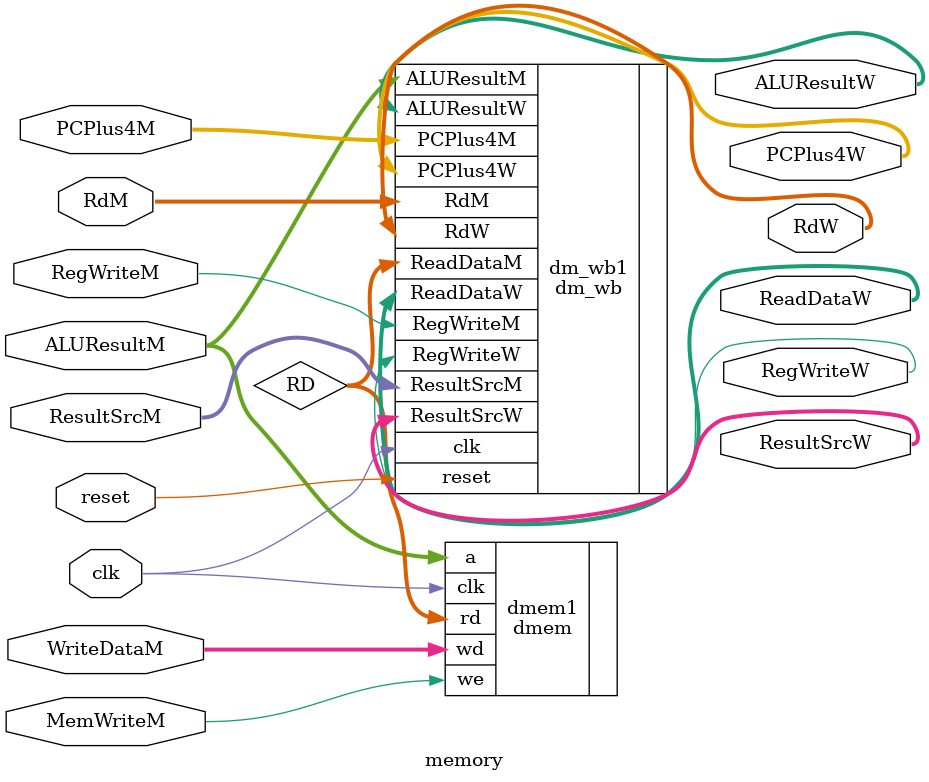
<source format=sv>
`timescale 1ns / 1ps

module memory(
    input logic         clk,
                        reset,
    input logic [31:0]  ALUResultM,
                        WriteDataM,
                        PCPlus4M,
    input logic [4:0]   RdM,
    input logic         RegWriteM,
                        MemWriteM,
    input logic [1:0]   ResultSrcM,     
    
    output logic [31:0] ALUResultW,
                        ReadDataW,
                        PCPlus4W,
    output logic [4:0]  RdW,
    output logic        RegWriteW,
    output logic [1:0]  ResultSrcW       
    );
    
    //dmem ouput
    logic [31:0] RD;
    
    //Data Memory
    dmem dmem1(.clk(clk), .we(MemWriteM), .a(ALUResultM), .wd(WriteDataM), .rd(RD));
    
    //IM_WB
    dm_wb dm_wb1(.clk(clk), .reset(reset), .RegWriteM(RegWriteM), .ResultSrcM(ResultSrcM), .ALUResultM(ALUResultM), .ReadDataM(RD),
                 .RdM(RdM), .PCPlus4M(PCPlus4M), .RegWriteW(RegWriteW), .ResultSrcW(ResultSrcW), .ALUResultW(ALUResultW), 
                 .ReadDataW(ReadDataW), .RdW(RdW), .PCPlus4W(PCPlus4W));

endmodule

</source>
